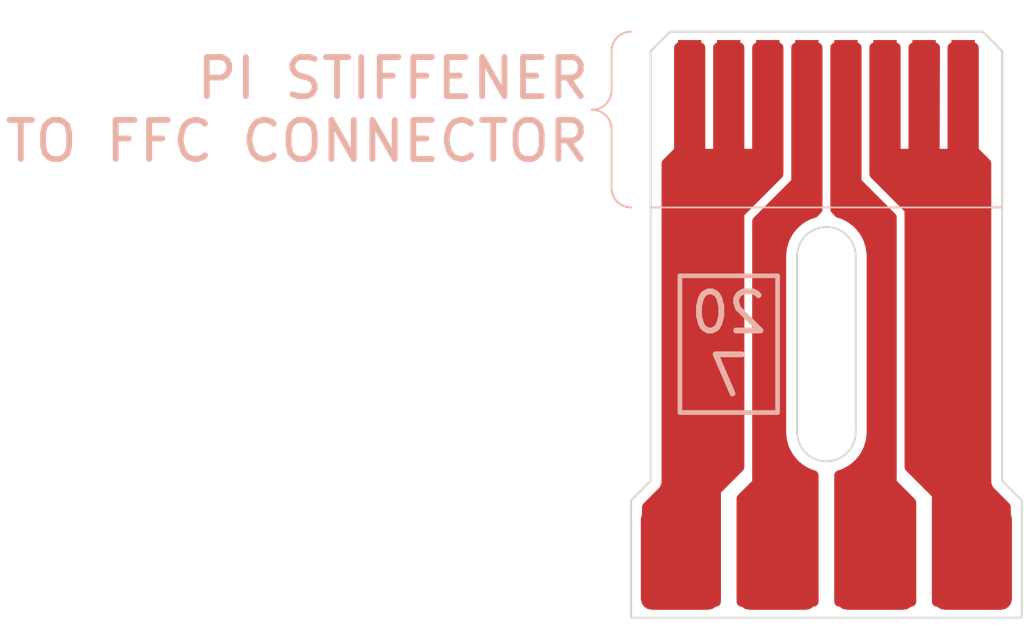
<source format=kicad_pcb>
(kicad_pcb (version 20171130) (host pcbnew "(5.1.6)-1")

  (general
    (thickness 0.1)
    (drawings 32)
    (tracks 0)
    (zones 0)
    (modules 2)
    (nets 5)
  )

  (page A4)
  (layers
    (0 F.Cu signal)
    (31 B.Cu signal)
    (32 B.Adhes user)
    (33 F.Adhes user)
    (34 B.Paste user)
    (35 F.Paste user)
    (36 B.SilkS user)
    (37 F.SilkS user)
    (38 B.Mask user)
    (39 F.Mask user)
    (40 Dwgs.User user)
    (41 Cmts.User user)
    (42 Eco1.User user)
    (43 Eco2.User user)
    (44 Edge.Cuts user)
    (45 Margin user)
    (46 B.CrtYd user)
    (47 F.CrtYd user)
    (48 B.Fab user)
    (49 F.Fab user)
  )

  (setup
    (last_trace_width 0.25)
    (trace_clearance 0.2)
    (zone_clearance 0.255)
    (zone_45_only no)
    (trace_min 0.2)
    (via_size 0.8)
    (via_drill 0.4)
    (via_min_size 0.4)
    (via_min_drill 0.3)
    (uvia_size 0.3)
    (uvia_drill 0.1)
    (uvias_allowed no)
    (uvia_min_size 0.2)
    (uvia_min_drill 0.1)
    (edge_width 0.05)
    (segment_width 0.2)
    (pcb_text_width 0.3)
    (pcb_text_size 1.5 1.5)
    (mod_edge_width 0.12)
    (mod_text_size 1 1)
    (mod_text_width 0.15)
    (pad_size 1.524 1.524)
    (pad_drill 0.762)
    (pad_to_mask_clearance 0.051)
    (solder_mask_min_width 0.25)
    (aux_axis_origin 100 100)
    (grid_origin 100 100)
    (visible_elements 7FFFFFFF)
    (pcbplotparams
      (layerselection 0x010d0_7fffffff)
      (usegerberextensions false)
      (usegerberattributes false)
      (usegerberadvancedattributes false)
      (creategerberjobfile false)
      (excludeedgelayer true)
      (linewidth 0.100000)
      (plotframeref false)
      (viasonmask false)
      (mode 1)
      (useauxorigin true)
      (hpglpennumber 1)
      (hpglpenspeed 20)
      (hpglpendiameter 15.000000)
      (psnegative false)
      (psa4output false)
      (plotreference false)
      (plotvalue false)
      (plotinvisibletext false)
      (padsonsilk false)
      (subtractmaskfromsilk false)
      (outputformat 1)
      (mirror false)
      (drillshape 0)
      (scaleselection 1)
      (outputdirectory "Render/"))
  )

  (net 0 "")
  (net 1 "Net-(J1-Pad6)")
  (net 2 "Net-(J1-Pad4)")
  (net 3 "Net-(J1-Pad5)")
  (net 4 "Net-(J1-Pad1)")

  (net_class Default "This is the default net class."
    (clearance 0.2)
    (trace_width 0.25)
    (via_dia 0.8)
    (via_drill 0.4)
    (uvia_dia 0.3)
    (uvia_drill 0.1)
    (add_net "Net-(J1-Pad1)")
    (add_net "Net-(J1-Pad4)")
    (add_net "Net-(J1-Pad5)")
    (add_net "Net-(J1-Pad6)")
  )

  (module suku_basics:J_FFC_1x8_Solder_3common_SMT (layer F.Cu) (tedit 5F15B8FF) (tstamp 5F160D6E)
    (at 100 98.5)
    (descr "TE FPC connector, 08 bottom-side contacts, 1.0mm pitch, 1.0mm height, SMT, http://www.te.com/commerce/DocumentDelivery/DDEController?Action=srchrtrv&DocNm=84952&DocType=Customer+Drawing&DocLang=English&DocFormat=pdf&PartCntxt=84952-4")
    (tags "te fpc 84952")
    (path /5DE52B02)
    (attr smd)
    (fp_text reference J2 (at 0 2) (layer F.SilkS) hide
      (effects (font (size 1 1) (thickness 0.15)))
    )
    (fp_text value Conn_01x08 (at 0 3) (layer F.Fab) hide
      (effects (font (size 1 1) (thickness 0.15)))
    )
    (fp_text user %R (at 0 0) (layer B.Fab)
      (effects (font (size 1 1) (thickness 0.15)) (justify mirror))
    )
    (fp_line (start -5 2) (end -5 -2) (layer B.CrtYd) (width 0.12))
    (fp_line (start 5 2) (end -5 2) (layer B.CrtYd) (width 0.12))
    (fp_line (start 5 -2) (end 5 2) (layer B.CrtYd) (width 0.12))
    (fp_line (start -5 -2) (end 5 -2) (layer B.CrtYd) (width 0.12))
    (pad 8 smd roundrect (at 3.75 0) (size 2 2.6) (layers F.Cu F.Paste F.Mask) (roundrect_rratio 0.139)
      (net 1 "Net-(J1-Pad6)"))
    (pad 5 smd roundrect (at 1.25 0) (size 2 2.6) (layers F.Cu F.Paste F.Mask) (roundrect_rratio 0.139)
      (net 3 "Net-(J1-Pad5)"))
    (pad 4 smd roundrect (at -1.25 0) (size 2 2.6) (layers F.Cu F.Paste F.Mask) (roundrect_rratio 0.139)
      (net 2 "Net-(J1-Pad4)"))
    (pad 1 smd roundrect (at -3.75 0) (size 2 2.6) (layers F.Cu F.Paste F.Mask) (roundrect_rratio 0.139)
      (net 4 "Net-(J1-Pad1)"))
  )

  (module suku_basics:J_FFC_1x8_STIFFENER (layer F.Cu) (tedit 5E5906BA) (tstamp 5E5959A9)
    (at 100 86.465)
    (path /5DE5199C)
    (attr smd)
    (fp_text reference J1 (at 0 -4.715 180) (layer F.SilkS) hide
      (effects (font (size 1 1) (thickness 0.15)))
    )
    (fp_text value Conn_01x08 (at 0 -3.215 180) (layer F.Fab) hide
      (effects (font (size 1 1) (thickness 0.15)))
    )
    (fp_text user %R (at 0 0 180) (layer F.Fab) hide
      (effects (font (size 1 1) (thickness 0.15)))
    )
    (fp_line (start -4.5 2.25) (end 4.5 2.25) (layer F.CrtYd) (width 0.05))
    (fp_line (start 4.5 2.25) (end 4.5 -2.25) (layer F.CrtYd) (width 0.05))
    (fp_line (start 4.5 -2.25) (end -4.5 -2.25) (layer F.CrtYd) (width 0.05))
    (fp_line (start -4.5 -2.25) (end -4.5 2.25) (layer F.CrtYd) (width 0.05))
    (pad 8 smd rect (at 3.5 0 90) (size 2.5 0.6) (layers F.Cu F.Paste F.Mask)
      (net 1 "Net-(J1-Pad6)"))
    (pad 6 smd rect (at 1.5 0 90) (size 2.5 0.6) (layers F.Cu F.Paste F.Mask)
      (net 1 "Net-(J1-Pad6)"))
    (pad 4 smd rect (at -0.5 0 90) (size 2.5 0.6) (layers F.Cu F.Paste F.Mask)
      (net 2 "Net-(J1-Pad4)"))
    (pad 2 smd rect (at -2.5 0 90) (size 2.5 0.6) (layers F.Cu F.Paste F.Mask)
      (net 4 "Net-(J1-Pad1)"))
    (pad 7 smd rect (at 2.5 0 90) (size 2.5 0.6) (layers F.Cu F.Paste F.Mask)
      (net 1 "Net-(J1-Pad6)"))
    (pad 5 smd rect (at 0.5 0 90) (size 2.5 0.6) (layers F.Cu F.Paste F.Mask)
      (net 3 "Net-(J1-Pad5)"))
    (pad 3 smd rect (at -1.5 0 90) (size 2.5 0.6) (layers F.Cu F.Paste F.Mask)
      (net 4 "Net-(J1-Pad1)"))
    (pad 1 smd rect (at -3.5 0 90) (size 2.5 0.6) (layers F.Cu F.Paste F.Mask)
      (net 4 "Net-(J1-Pad1)"))
  )

  (gr_line (start 96.25 94.75) (end 96.25 91.25) (layer B.SilkS) (width 0.12))
  (gr_line (start 98.75 94.75) (end 96.25 94.75) (layer B.SilkS) (width 0.12))
  (gr_line (start 98.75 91.25) (end 98.75 94.75) (layer B.SilkS) (width 0.12))
  (gr_line (start 96.25 91.25) (end 98.75 91.25) (layer B.SilkS) (width 0.12))
  (gr_line (start 100.75 95.25) (end 100.75 90.75) (layer Edge.Cuts) (width 0.05) (tstamp 5F1611F2))
  (gr_line (start 99.25 90.75) (end 99.25 95.25) (layer Edge.Cuts) (width 0.05) (tstamp 5F1611F1))
  (gr_arc (start 100 95.25) (end 99.25 95.25) (angle -180) (layer Edge.Cuts) (width 0.05))
  (gr_arc (start 100 90.75) (end 100.75 90.75) (angle -180) (layer Edge.Cuts) (width 0.05))
  (gr_line (start 105 97) (end 104.5 96.5) (layer Edge.Cuts) (width 0.05) (tstamp 5F160D97))
  (gr_line (start 95 97) (end 95.5 96.5) (layer Edge.Cuts) (width 0.05) (tstamp 5F160D96))
  (gr_line (start 95 100) (end 95 97) (layer Edge.Cuts) (width 0.05) (tstamp 5F160D92))
  (gr_line (start 105 100) (end 105 97) (layer Edge.Cuts) (width 0.05) (tstamp 5F160D91))
  (gr_text "20\n7" (at 97.5 93) (layer B.SilkS)
    (effects (font (size 1 1) (thickness 0.15)) (justify mirror))
  )
  (gr_text "PI STIFFENER\nTO FFC CONNECTOR" (at 94 87) (layer B.SilkS)
    (effects (font (size 1 1) (thickness 0.15)) (justify right))
  )
  (gr_line (start 94.5 89) (end 94.5 87.5) (layer B.SilkS) (width 0.05) (tstamp 5DE57DC4))
  (gr_arc (start 94 87.5) (end 94.5 87.5) (angle -90) (layer B.SilkS) (width 0.05) (tstamp 5DE57DB1))
  (gr_arc (start 94 86.5) (end 94 87) (angle -90) (layer B.SilkS) (width 0.05) (tstamp 5DE57DB1))
  (gr_line (start 94.5 86.5) (end 94.5 85.5) (layer B.SilkS) (width 0.05) (tstamp 5DE57DAA))
  (gr_arc (start 95 89) (end 94.5 89) (angle -90) (layer B.SilkS) (width 0.05))
  (gr_arc (start 95 85.5) (end 95 85) (angle -90) (layer B.SilkS) (width 0.05))
  (gr_line (start 95.5 89.5) (end 95.5 85.5) (layer B.SilkS) (width 0.05) (tstamp 5DE57D91))
  (gr_line (start 104.5 89.5) (end 95.5 89.5) (layer B.SilkS) (width 0.05))
  (gr_line (start 104.5 85.5) (end 104.5 89.5) (layer B.SilkS) (width 0.05))
  (gr_line (start 104 85) (end 104.5 85.5) (layer B.SilkS) (width 0.05))
  (gr_line (start 96 85) (end 104 85) (layer B.SilkS) (width 0.05))
  (gr_line (start 95.5 85.5) (end 96 85) (layer B.SilkS) (width 0.05))
  (gr_line (start 95 100) (end 105 100) (layer Edge.Cuts) (width 0.05) (tstamp 5DE51882))
  (gr_line (start 104.5 85.5) (end 104 85) (layer Edge.Cuts) (width 0.05))
  (gr_line (start 95.5 85.5) (end 96 85) (layer Edge.Cuts) (width 0.05))
  (gr_line (start 104.5 85.5) (end 104.5 96.5) (layer Edge.Cuts) (width 0.05))
  (gr_line (start 95.5 85.5) (end 95.5 96.5) (layer Edge.Cuts) (width 0.05))
  (gr_line (start 96 85) (end 104 85) (layer Edge.Cuts) (width 0.05))

  (zone (net 4) (net_name "Net-(J1-Pad1)") (layer F.Cu) (tstamp 5F1611D2) (hatch edge 0.508)
    (connect_pads thru_hole_only (clearance 0.255))
    (min_thickness 0.254)
    (fill yes (arc_segments 32) (thermal_gap 1) (thermal_bridge_width 0.508))
    (polygon
      (pts
        (xy 98.1 85.1) (xy 98.9 85.1) (xy 98.9 88.7) (xy 97.9 89.7) (xy 97.9 96.2)
        (xy 97.3 96.8) (xy 97.3 100.5) (xy 95.2 100.5) (xy 95.2 88.9) (xy 96.1 88)
        (xy 96.1 85.1) (xy 96.9 85.1) (xy 96.9 88) (xy 97.1 88) (xy 97.1 85.1)
        (xy 97.9 85.1) (xy 97.9 88) (xy 98.1 88)
      )
    )
    (filled_polygon
      (pts
        (xy 96.773 88) (xy 96.77544 88.024776) (xy 96.782667 88.048601) (xy 96.794403 88.070557) (xy 96.810197 88.089803)
        (xy 96.829443 88.105597) (xy 96.851399 88.117333) (xy 96.875224 88.12456) (xy 96.9 88.127) (xy 97.1 88.127)
        (xy 97.124776 88.12456) (xy 97.148601 88.117333) (xy 97.170557 88.105597) (xy 97.189803 88.089803) (xy 97.205597 88.070557)
        (xy 97.217333 88.048601) (xy 97.22456 88.024776) (xy 97.227 88) (xy 97.227 85.407) (xy 97.773 85.407)
        (xy 97.773 88) (xy 97.77544 88.024776) (xy 97.782667 88.048601) (xy 97.794403 88.070557) (xy 97.810197 88.089803)
        (xy 97.829443 88.105597) (xy 97.851399 88.117333) (xy 97.875224 88.12456) (xy 97.9 88.127) (xy 98.1 88.127)
        (xy 98.124776 88.12456) (xy 98.148601 88.117333) (xy 98.170557 88.105597) (xy 98.189803 88.089803) (xy 98.205597 88.070557)
        (xy 98.217333 88.048601) (xy 98.22456 88.024776) (xy 98.227 88) (xy 98.227 85.407) (xy 98.773 85.407)
        (xy 98.773 88.647394) (xy 97.810197 89.610197) (xy 97.794403 89.629443) (xy 97.782667 89.651399) (xy 97.77544 89.675224)
        (xy 97.773 89.7) (xy 97.773 96.147394) (xy 97.210197 96.710197) (xy 97.194403 96.729443) (xy 97.182667 96.751399)
        (xy 97.17544 96.775224) (xy 97.173 96.8) (xy 97.173 99.593) (xy 95.407 99.593) (xy 95.407 97.168584)
        (xy 95.773655 96.80193) (xy 95.789185 96.789185) (xy 95.840045 96.727211) (xy 95.877838 96.656506) (xy 95.901111 96.579786)
        (xy 95.907 96.519992) (xy 95.907 96.51999) (xy 95.908969 96.5) (xy 95.907 96.480011) (xy 95.907 88.372606)
        (xy 96.189803 88.089803) (xy 96.205597 88.070557) (xy 96.217333 88.048601) (xy 96.22456 88.024776) (xy 96.227 88)
        (xy 96.227 85.407) (xy 96.773 85.407)
      )
    )
  )
  (zone (net 2) (net_name "Net-(J1-Pad4)") (layer F.Cu) (tstamp 5F160F12) (hatch edge 0.508)
    (connect_pads thru_hole_only (clearance 0.255))
    (min_thickness 0.254)
    (fill yes (arc_segments 32) (thermal_gap 1) (thermal_bridge_width 0.508))
    (polygon
      (pts
        (xy 97.7 96.9) (xy 98.1 96.5) (xy 98.1 89.8) (xy 99.1 88.8) (xy 99.1 85.1)
        (xy 99.9 85.1) (xy 99.9 89.6) (xy 99.8 89.7) (xy 99.8 100.5) (xy 97.7 100.5)
      )
    )
    (filled_polygon
      (pts
        (xy 99.773 89.547394) (xy 99.710197 89.610197) (xy 99.694403 89.629443) (xy 99.689447 89.638714) (xy 99.589011 89.669804)
        (xy 99.554985 89.684107) (xy 99.520802 89.697918) (xy 99.515789 89.700583) (xy 99.515785 89.700585) (xy 99.515784 89.700586)
        (xy 99.387026 89.770205) (xy 99.356422 89.790847) (xy 99.325578 89.811031) (xy 99.321181 89.814617) (xy 99.321174 89.814622)
        (xy 99.321168 89.814628) (xy 99.208391 89.907925) (xy 99.182397 89.934101) (xy 99.156042 89.959909) (xy 99.152419 89.964288)
        (xy 99.059907 90.07772) (xy 99.039472 90.108476) (xy 99.018653 90.138881) (xy 99.015954 90.143872) (xy 99.015949 90.14388)
        (xy 99.015946 90.143888) (xy 98.947231 90.273121) (xy 98.933173 90.307227) (xy 98.918641 90.341134) (xy 98.91696 90.346563)
        (xy 98.874654 90.48669) (xy 98.867483 90.522908) (xy 98.859821 90.558954) (xy 98.859227 90.564604) (xy 98.859226 90.56461)
        (xy 98.859226 90.564616) (xy 98.844993 90.709771) (xy 98.843 90.730009) (xy 98.843001 95.269992) (xy 98.845016 95.290451)
        (xy 98.845016 95.300187) (xy 98.845609 95.305839) (xy 98.861925 95.451301) (xy 98.869603 95.487423) (xy 98.87676 95.52357)
        (xy 98.87844 95.528999) (xy 98.9227 95.668521) (xy 98.937228 95.702417) (xy 98.951289 95.736532) (xy 98.953992 95.741531)
        (xy 99.024509 95.8698) (xy 99.045358 95.90025) (xy 99.065761 95.930958) (xy 99.069383 95.935338) (xy 99.163471 96.047468)
        (xy 99.18986 96.073311) (xy 99.215823 96.099455) (xy 99.220227 96.103048) (xy 99.334303 96.194766) (xy 99.365185 96.214975)
        (xy 99.395747 96.235589) (xy 99.400762 96.238255) (xy 99.400769 96.23826) (xy 99.400777 96.238263) (xy 99.530482 96.306072)
        (xy 99.564688 96.319892) (xy 99.598693 96.334186) (xy 99.604133 96.335829) (xy 99.673 96.356097) (xy 99.673 99.593)
        (xy 97.827 99.593) (xy 97.827 96.952606) (xy 98.189803 96.589803) (xy 98.205597 96.570557) (xy 98.217333 96.548601)
        (xy 98.22456 96.524776) (xy 98.227 96.5) (xy 98.227 89.852606) (xy 99.189803 88.889803) (xy 99.205597 88.870557)
        (xy 99.217333 88.848601) (xy 99.22456 88.824776) (xy 99.227 88.8) (xy 99.227 85.407) (xy 99.773 85.407)
      )
    )
  )
  (zone (net 3) (net_name "Net-(J1-Pad5)") (layer F.Cu) (tstamp 5E595CC8) (hatch edge 0.508)
    (connect_pads thru_hole_only (clearance 0.255))
    (min_thickness 0.254)
    (fill yes (arc_segments 32) (thermal_gap 1) (thermal_bridge_width 0.508))
    (polygon
      (pts
        (xy 100.2 89.7) (xy 100.1 89.6) (xy 100.1 85.1) (xy 100.9 85.1) (xy 100.9 88.8)
        (xy 101.8 89.7) (xy 101.8 96.5) (xy 102.3 97) (xy 102.3 100.5) (xy 100.2 100.5)
      )
    )
    (filled_polygon
      (pts
        (xy 100.773 88.8) (xy 100.77544 88.824776) (xy 100.782667 88.848601) (xy 100.794403 88.870557) (xy 100.810197 88.889803)
        (xy 101.673 89.752606) (xy 101.673 96.5) (xy 101.67544 96.524776) (xy 101.682667 96.548601) (xy 101.694403 96.570557)
        (xy 101.710197 96.589803) (xy 102.173 97.052606) (xy 102.173 99.593) (xy 100.327 99.593) (xy 100.327 96.356195)
        (xy 100.410989 96.330196) (xy 100.445015 96.315893) (xy 100.479198 96.302082) (xy 100.484211 96.299417) (xy 100.484215 96.299415)
        (xy 100.484218 96.299413) (xy 100.612973 96.229795) (xy 100.64356 96.209165) (xy 100.674422 96.188969) (xy 100.678819 96.185383)
        (xy 100.678826 96.185378) (xy 100.678832 96.185372) (xy 100.791609 96.092075) (xy 100.817605 96.065897) (xy 100.843957 96.040091)
        (xy 100.847575 96.035718) (xy 100.84758 96.035713) (xy 100.847584 96.035708) (xy 100.940093 95.92228) (xy 100.960497 95.891569)
        (xy 100.981347 95.861119) (xy 100.98405 95.85612) (xy 101.052769 95.726878) (xy 101.066821 95.692786) (xy 101.081359 95.658866)
        (xy 101.08304 95.653437) (xy 101.125346 95.51331) (xy 101.132521 95.477071) (xy 101.140179 95.441045) (xy 101.140772 95.4354)
        (xy 101.140774 95.435391) (xy 101.140774 95.435383) (xy 101.155057 95.289717) (xy 101.157 95.269992) (xy 101.157 90.730008)
        (xy 101.154984 90.709539) (xy 101.154984 90.699812) (xy 101.154391 90.69416) (xy 101.138075 90.548699) (xy 101.130402 90.512601)
        (xy 101.12324 90.476431) (xy 101.12156 90.471002) (xy 101.077301 90.331479) (xy 101.062758 90.297549) (xy 101.048711 90.263469)
        (xy 101.046008 90.258469) (xy 100.975491 90.1302) (xy 100.954631 90.099735) (xy 100.934239 90.069042) (xy 100.930617 90.064663)
        (xy 100.930615 90.06466) (xy 100.930612 90.064657) (xy 100.83653 89.952532) (xy 100.810157 89.926706) (xy 100.784178 89.900545)
        (xy 100.779774 89.896953) (xy 100.665697 89.805234) (xy 100.63482 89.785029) (xy 100.604252 89.764411) (xy 100.599235 89.761743)
        (xy 100.469518 89.693928) (xy 100.4353 89.680103) (xy 100.401307 89.665814) (xy 100.395872 89.664173) (xy 100.39587 89.664172)
        (xy 100.395868 89.664172) (xy 100.395866 89.664171) (xy 100.310773 89.639127) (xy 100.305597 89.629443) (xy 100.289803 89.610197)
        (xy 100.227 89.547394) (xy 100.227 85.407) (xy 100.773 85.407)
      )
    )
  )
  (zone (net 1) (net_name "Net-(J1-Pad6)") (layer F.Cu) (tstamp 5E595CBF) (hatch edge 0.508)
    (connect_pads thru_hole_only (clearance 0.255))
    (min_thickness 0.254)
    (fill yes (arc_segments 32) (thermal_gap 1) (thermal_bridge_width 0.508))
    (polygon
      (pts
        (xy 102.7 96.9) (xy 102 96.2) (xy 102 89.6) (xy 101.1 88.7) (xy 101.1 85.1)
        (xy 101.9 85.1) (xy 101.9 88) (xy 102.1 88) (xy 102.1 85.1) (xy 102.90789 85.1)
        (xy 102.9 88) (xy 103.1 88) (xy 103.1 85.1) (xy 103.9 85.1) (xy 103.9 88)
        (xy 104.8 88.9) (xy 104.8 100.5) (xy 102.7 100.5)
      )
    )
    (filled_polygon
      (pts
        (xy 101.773 88) (xy 101.77544 88.024776) (xy 101.782667 88.048601) (xy 101.794403 88.070557) (xy 101.810197 88.089803)
        (xy 101.829443 88.105597) (xy 101.851399 88.117333) (xy 101.875224 88.12456) (xy 101.9 88.127) (xy 102.1 88.127)
        (xy 102.124776 88.12456) (xy 102.148601 88.117333) (xy 102.170557 88.105597) (xy 102.189803 88.089803) (xy 102.205597 88.070557)
        (xy 102.217333 88.048601) (xy 102.22456 88.024776) (xy 102.227 88) (xy 102.227 85.407) (xy 102.780054 85.407)
        (xy 102.773 87.999654) (xy 102.775373 88.024437) (xy 102.782536 88.048281) (xy 102.794212 88.07027) (xy 102.809953 88.089558)
        (xy 102.829156 88.105404) (xy 102.85108 88.1172) (xy 102.874885 88.124492) (xy 102.9 88.127) (xy 103.1 88.127)
        (xy 103.124776 88.12456) (xy 103.148601 88.117333) (xy 103.170557 88.105597) (xy 103.189803 88.089803) (xy 103.205597 88.070557)
        (xy 103.217333 88.048601) (xy 103.22456 88.024776) (xy 103.227 88) (xy 103.227 85.407) (xy 103.773 85.407)
        (xy 103.773 88) (xy 103.77544 88.024776) (xy 103.782667 88.048601) (xy 103.794403 88.070557) (xy 103.810197 88.089803)
        (xy 104.093 88.372606) (xy 104.093001 96.48) (xy 104.091031 96.5) (xy 104.09889 96.579785) (xy 104.122162 96.656505)
        (xy 104.159955 96.727211) (xy 104.179459 96.750976) (xy 104.210816 96.789185) (xy 104.226351 96.801934) (xy 104.593001 97.168585)
        (xy 104.593 99.593) (xy 102.827 99.593) (xy 102.827 96.9) (xy 102.82456 96.875224) (xy 102.817333 96.851399)
        (xy 102.805597 96.829443) (xy 102.789803 96.810197) (xy 102.127 96.147394) (xy 102.127 89.6) (xy 102.12456 89.575224)
        (xy 102.117333 89.551399) (xy 102.105597 89.529443) (xy 102.089803 89.510197) (xy 101.227 88.647394) (xy 101.227 85.407)
        (xy 101.773 85.407)
      )
    )
  )
)

</source>
